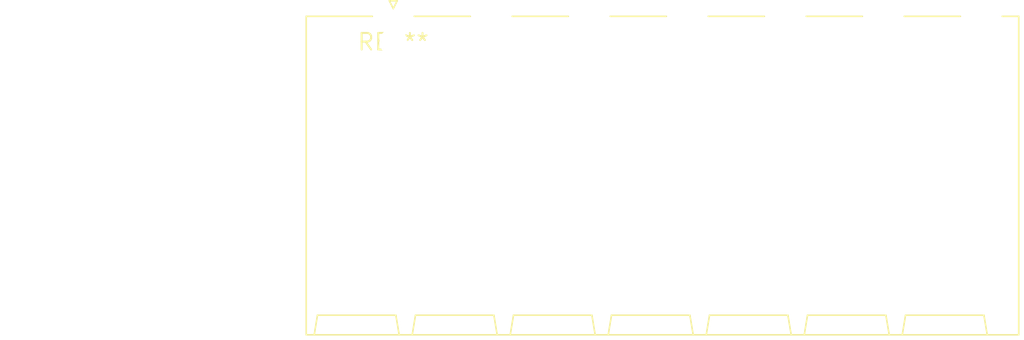
<source format=kicad_pcb>
(kicad_pcb (version 20240108) (generator pcbnew)
  (layers (0 "F.Cu" signal) (31 "B.Cu" signal) (34 "B.Paste" user) (35 "F.Paste" user) (36 "B.SilkS" user "B.Silkscreen") (37 "F.SilkS" user "F.Silkscreen") (38 "B.Mask" user) (39 "F.Mask" user) (44 "Edge.Cuts" user))
  (net 0 "")
  (footprint "PhoenixContact_SPT_5_7-H-7.5-ZB_1x07_P7.5mm_Horizontal" (layer "F.Cu") (at 0 0)
    (property "Reference" "REF**")
    (property "Value" "PhoenixContact_SPT_5_7-H-7.5-ZB_1x07_P7.5mm_Horizontal")
    (fp_line (start -6.66 -1.96) (end -1.6 -1.96) (layer "F.SilkS") (stroke (width 0.12)))
    (fp_line (start -6.66 22.41) (end -6.66 -1.96) (layer "F.SilkS") (stroke (width 0.12)))
    (fp_line (start -6.05 22.41) (end -5.8 20.91) (layer "F.SilkS") (stroke (width 0.12)))
    (fp_line (start -5.8 20.91) (end 0.2 20.91) (layer "F.SilkS") (stroke (width 0.12)))
    (fp_line (start -0.3 -3.15) (end 0 -2.55) (layer "F.SilkS") (stroke (width 0.12)))
    (fp_line (start -0.3 -3.15) (end 0.3 -3.15) (layer "F.SilkS") (stroke (width 0.12)))
    (fp_line (start 0.3 -3.15) (end 0 -2.55) (layer "F.SilkS") (stroke (width 0.12)))
    (fp_line (start 0.45 22.41) (end 0.2 20.91) (layer "F.SilkS") (stroke (width 0.12)))
    (fp_line (start 1.45 22.41) (end 1.7 20.91) (layer "F.SilkS") (stroke (width 0.12)))
    (fp_line (start 1.6 -1.96) (end 5.9 -1.96) (layer "F.SilkS") (stroke (width 0.12)))
    (fp_line (start 1.7 20.91) (end 7.7 20.91) (layer "F.SilkS") (stroke (width 0.12)))
    (fp_line (start 7.95 22.41) (end 7.7 20.91) (layer "F.SilkS") (stroke (width 0.12)))
    (fp_line (start 8.95 22.41) (end 9.2 20.91) (layer "F.SilkS") (stroke (width 0.12)))
    (fp_line (start 9.1 -1.96) (end 13.4 -1.96) (layer "F.SilkS") (stroke (width 0.12)))
    (fp_line (start 9.2 20.91) (end 15.2 20.91) (layer "F.SilkS") (stroke (width 0.12)))
    (fp_line (start 15.45 22.41) (end 15.2 20.91) (layer "F.SilkS") (stroke (width 0.12)))
    (fp_line (start 16.45 22.41) (end 16.7 20.91) (layer "F.SilkS") (stroke (width 0.12)))
    (fp_line (start 16.6 -1.96) (end 20.9 -1.96) (layer "F.SilkS") (stroke (width 0.12)))
    (fp_line (start 16.7 20.91) (end 22.7 20.91) (layer "F.SilkS") (stroke (width 0.12)))
    (fp_line (start 22.95 22.41) (end 22.7 20.91) (layer "F.SilkS") (stroke (width 0.12)))
    (fp_line (start 23.95 22.41) (end 24.2 20.91) (layer "F.SilkS") (stroke (width 0.12)))
    (fp_line (start 24.1 -1.96) (end 28.4 -1.96) (layer "F.SilkS") (stroke (width 0.12)))
    (fp_line (start 24.2 20.91) (end 30.2 20.91) (layer "F.SilkS") (stroke (width 0.12)))
    (fp_line (start 30.45 22.41) (end 30.2 20.91) (layer "F.SilkS") (stroke (width 0.12)))
    (fp_line (start 31.45 22.41) (end 31.7 20.91) (layer "F.SilkS") (stroke (width 0.12)))
    (fp_line (start 31.6 -1.96) (end 35.9 -1.96) (layer "F.SilkS") (stroke (width 0.12)))
    (fp_line (start 31.7 20.91) (end 37.7 20.91) (layer "F.SilkS") (stroke (width 0.12)))
    (fp_line (start 37.95 22.41) (end 37.7 20.91) (layer "F.SilkS") (stroke (width 0.12)))
    (fp_line (start 38.95 22.41) (end 39.2 20.91) (layer "F.SilkS") (stroke (width 0.12)))
    (fp_line (start 39.1 -1.96) (end 43.4 -1.96) (layer "F.SilkS") (stroke (width 0.12)))
    (fp_line (start 39.2 20.91) (end 45.2 20.91) (layer "F.SilkS") (stroke (width 0.12)))
    (fp_line (start 45.45 22.41) (end 45.2 20.91) (layer "F.SilkS") (stroke (width 0.12)))
    (fp_line (start 46.6 -1.96) (end 47.86 -1.96) (layer "F.SilkS") (stroke (width 0.12)))
    (fp_line (start 47.86 -1.96) (end 47.86 22.41) (layer "F.SilkS") (stroke (width 0.12)))
    (fp_line (start 47.86 22.41) (end -6.66 22.41) (layer "F.SilkS") (stroke (width 0.12)))
    (pad "1" thru_hole roundrect (at 0 0) (size 2.8 4.3) (drill 2.1) (layers *.Cu *.Mask) (remove_unused_layers) (roundrect_rratio 0.089286))
    (pad "2" thru_hole oval (at 7.5 13.2) (size 2.8 4.3) (drill 2.1) (layers *.Cu *.Mask) (remove_unused_layers))
    (pad "3" thru_hole oval (at 15 0) (size 2.8 4.3) (drill 2.1) (layers *.Cu *.Mask) (remove_unused_layers))
    (pad "4" thru_hole oval (at 22.5 13.2) (size 2.8 4.3) (drill 2.1) (layers *.Cu *.Mask) (remove_unused_layers))
    (pad "5" thru_hole oval (at 30 0) (size 2.8 4.3) (drill 2.1) (layers *.Cu *.Mask) (remove_unused_layers))
    (pad "6" thru_hole oval (at 37.5 13.2) (size 2.8 4.3) (drill 2.1) (layers *.Cu *.Mask) (remove_unused_layers))
    (pad "7" thru_hole oval (at 45 0) (size 2.8 4.3) (drill 2.1) (layers *.Cu *.Mask) (remove_unused_layers))
  )
)
</source>
